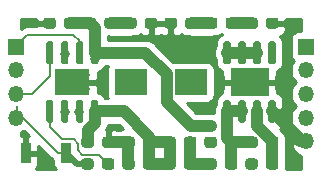
<source format=gbr>
%TF.GenerationSoftware,KiCad,Pcbnew,(5.1.9-0-10_14)*%
%TF.CreationDate,2021-03-17T16:44:50+08:00*%
%TF.ProjectId,Zeeuss,5a656575-7373-42e6-9b69-6361645f7063,rev?*%
%TF.SameCoordinates,Original*%
%TF.FileFunction,Copper,L1,Top*%
%TF.FilePolarity,Positive*%
%FSLAX46Y46*%
G04 Gerber Fmt 4.6, Leading zero omitted, Abs format (unit mm)*
G04 Created by KiCad (PCBNEW (5.1.9-0-10_14)) date 2021-03-17 16:44:50*
%MOMM*%
%LPD*%
G01*
G04 APERTURE LIST*
%TA.AperFunction,ComponentPad*%
%ADD10O,1.350000X1.350000*%
%TD*%
%TA.AperFunction,ComponentPad*%
%ADD11R,1.350000X1.350000*%
%TD*%
%TA.AperFunction,SMDPad,CuDef*%
%ADD12R,3.000000X2.290000*%
%TD*%
%TA.AperFunction,SMDPad,CuDef*%
%ADD13R,3.300000X2.410000*%
%TD*%
%TA.AperFunction,SMDPad,CuDef*%
%ADD14R,0.900000X1.700000*%
%TD*%
%TA.AperFunction,SMDPad,CuDef*%
%ADD15R,2.700000X2.200000*%
%TD*%
%TA.AperFunction,ViaPad*%
%ADD16C,0.800000*%
%TD*%
%TA.AperFunction,Conductor*%
%ADD17C,1.000000*%
%TD*%
%TA.AperFunction,Conductor*%
%ADD18C,0.200000*%
%TD*%
%TA.AperFunction,Conductor*%
%ADD19C,0.500000*%
%TD*%
%TA.AperFunction,Conductor*%
%ADD20C,0.254000*%
%TD*%
%TA.AperFunction,Conductor*%
%ADD21C,0.100000*%
%TD*%
G04 APERTURE END LIST*
D10*
%TO.P,J2,4*%
%TO.N,/SW*%
X100200000Y-109000000D03*
%TO.P,J2,3*%
%TO.N,/LED3*%
X100200000Y-107000000D03*
%TO.P,J2,2*%
%TO.N,/LED2*%
X100200000Y-105000000D03*
D11*
%TO.P,J2,1*%
%TO.N,/LED1*%
X100200000Y-103000000D03*
%TD*%
D10*
%TO.P,J1,5*%
%TO.N,Earth*%
X124800000Y-111000000D03*
%TO.P,J1,4*%
%TO.N,VBUS*%
X124800000Y-109000000D03*
%TO.P,J1,3*%
%TO.N,+3V3*%
X124800000Y-107000000D03*
%TO.P,J1,2*%
%TO.N,+5V*%
X124800000Y-105000000D03*
D11*
%TO.P,J1,1*%
%TO.N,+BATT*%
X124800000Y-103000000D03*
%TD*%
%TO.P,C11,2*%
%TO.N,Earth*%
%TA.AperFunction,SMDPad,CuDef*%
G36*
G01*
X117225000Y-112682500D02*
X117225000Y-113157500D01*
G75*
G02*
X116987500Y-113395000I-237500J0D01*
G01*
X116412500Y-113395000D01*
G75*
G02*
X116175000Y-113157500I0J237500D01*
G01*
X116175000Y-112682500D01*
G75*
G02*
X116412500Y-112445000I237500J0D01*
G01*
X116987500Y-112445000D01*
G75*
G02*
X117225000Y-112682500I0J-237500D01*
G01*
G37*
%TD.AperFunction*%
%TO.P,C11,1*%
%TO.N,+3V3*%
%TA.AperFunction,SMDPad,CuDef*%
G36*
G01*
X118975000Y-112682500D02*
X118975000Y-113157500D01*
G75*
G02*
X118737500Y-113395000I-237500J0D01*
G01*
X118162500Y-113395000D01*
G75*
G02*
X117925000Y-113157500I0J237500D01*
G01*
X117925000Y-112682500D01*
G75*
G02*
X118162500Y-112445000I237500J0D01*
G01*
X118737500Y-112445000D01*
G75*
G02*
X118975000Y-112682500I0J-237500D01*
G01*
G37*
%TD.AperFunction*%
%TD*%
D12*
%TO.P,U2,9*%
%TO.N,Earth*%
X105000000Y-106000000D03*
%TO.P,U2,8*%
%TO.N,+5V*%
%TA.AperFunction,SMDPad,CuDef*%
G36*
G01*
X106755000Y-107500000D02*
X107055000Y-107500000D01*
G75*
G02*
X107205000Y-107650000I0J-150000D01*
G01*
X107205000Y-109300000D01*
G75*
G02*
X107055000Y-109450000I-150000J0D01*
G01*
X106755000Y-109450000D01*
G75*
G02*
X106605000Y-109300000I0J150000D01*
G01*
X106605000Y-107650000D01*
G75*
G02*
X106755000Y-107500000I150000J0D01*
G01*
G37*
%TD.AperFunction*%
%TO.P,U2,7*%
%TO.N,Net-(L2-Pad1)*%
%TA.AperFunction,SMDPad,CuDef*%
G36*
G01*
X105485000Y-107500000D02*
X105785000Y-107500000D01*
G75*
G02*
X105935000Y-107650000I0J-150000D01*
G01*
X105935000Y-109300000D01*
G75*
G02*
X105785000Y-109450000I-150000J0D01*
G01*
X105485000Y-109450000D01*
G75*
G02*
X105335000Y-109300000I0J150000D01*
G01*
X105335000Y-107650000D01*
G75*
G02*
X105485000Y-107500000I150000J0D01*
G01*
G37*
%TD.AperFunction*%
%TO.P,U2,6*%
%TO.N,Net-(C15-Pad1)*%
%TA.AperFunction,SMDPad,CuDef*%
G36*
G01*
X104215000Y-107500000D02*
X104515000Y-107500000D01*
G75*
G02*
X104665000Y-107650000I0J-150000D01*
G01*
X104665000Y-109300000D01*
G75*
G02*
X104515000Y-109450000I-150000J0D01*
G01*
X104215000Y-109450000D01*
G75*
G02*
X104065000Y-109300000I0J150000D01*
G01*
X104065000Y-107650000D01*
G75*
G02*
X104215000Y-107500000I150000J0D01*
G01*
G37*
%TD.AperFunction*%
%TO.P,U2,5*%
%TO.N,Net-(R3-Pad1)*%
%TA.AperFunction,SMDPad,CuDef*%
G36*
G01*
X102945000Y-107500000D02*
X103245000Y-107500000D01*
G75*
G02*
X103395000Y-107650000I0J-150000D01*
G01*
X103395000Y-109300000D01*
G75*
G02*
X103245000Y-109450000I-150000J0D01*
G01*
X102945000Y-109450000D01*
G75*
G02*
X102795000Y-109300000I0J150000D01*
G01*
X102795000Y-107650000D01*
G75*
G02*
X102945000Y-107500000I150000J0D01*
G01*
G37*
%TD.AperFunction*%
%TO.P,U2,4*%
%TO.N,/LED3*%
%TA.AperFunction,SMDPad,CuDef*%
G36*
G01*
X102945000Y-102550000D02*
X103245000Y-102550000D01*
G75*
G02*
X103395000Y-102700000I0J-150000D01*
G01*
X103395000Y-104350000D01*
G75*
G02*
X103245000Y-104500000I-150000J0D01*
G01*
X102945000Y-104500000D01*
G75*
G02*
X102795000Y-104350000I0J150000D01*
G01*
X102795000Y-102700000D01*
G75*
G02*
X102945000Y-102550000I150000J0D01*
G01*
G37*
%TD.AperFunction*%
%TO.P,U2,3*%
%TO.N,/LED2*%
%TA.AperFunction,SMDPad,CuDef*%
G36*
G01*
X104215000Y-102550000D02*
X104515000Y-102550000D01*
G75*
G02*
X104665000Y-102700000I0J-150000D01*
G01*
X104665000Y-104350000D01*
G75*
G02*
X104515000Y-104500000I-150000J0D01*
G01*
X104215000Y-104500000D01*
G75*
G02*
X104065000Y-104350000I0J150000D01*
G01*
X104065000Y-102700000D01*
G75*
G02*
X104215000Y-102550000I150000J0D01*
G01*
G37*
%TD.AperFunction*%
%TO.P,U2,2*%
%TO.N,/LED1*%
%TA.AperFunction,SMDPad,CuDef*%
G36*
G01*
X105485000Y-102550000D02*
X105785000Y-102550000D01*
G75*
G02*
X105935000Y-102700000I0J-150000D01*
G01*
X105935000Y-104350000D01*
G75*
G02*
X105785000Y-104500000I-150000J0D01*
G01*
X105485000Y-104500000D01*
G75*
G02*
X105335000Y-104350000I0J150000D01*
G01*
X105335000Y-102700000D01*
G75*
G02*
X105485000Y-102550000I150000J0D01*
G01*
G37*
%TD.AperFunction*%
%TO.P,U2,1*%
%TO.N,VBUS*%
%TA.AperFunction,SMDPad,CuDef*%
G36*
G01*
X106755000Y-102550000D02*
X107055000Y-102550000D01*
G75*
G02*
X107205000Y-102700000I0J-150000D01*
G01*
X107205000Y-104350000D01*
G75*
G02*
X107055000Y-104500000I-150000J0D01*
G01*
X106755000Y-104500000D01*
G75*
G02*
X106605000Y-104350000I0J150000D01*
G01*
X106605000Y-102700000D01*
G75*
G02*
X106755000Y-102550000I150000J0D01*
G01*
G37*
%TD.AperFunction*%
%TD*%
D13*
%TO.P,U1,9*%
%TO.N,Earth*%
X120000000Y-106000000D03*
%TO.P,U1,8*%
%TO.N,+5V*%
%TA.AperFunction,SMDPad,CuDef*%
G36*
G01*
X118245000Y-104500000D02*
X117945000Y-104500000D01*
G75*
G02*
X117795000Y-104350000I0J150000D01*
G01*
X117795000Y-102700000D01*
G75*
G02*
X117945000Y-102550000I150000J0D01*
G01*
X118245000Y-102550000D01*
G75*
G02*
X118395000Y-102700000I0J-150000D01*
G01*
X118395000Y-104350000D01*
G75*
G02*
X118245000Y-104500000I-150000J0D01*
G01*
G37*
%TD.AperFunction*%
%TO.P,U1,7*%
%TA.AperFunction,SMDPad,CuDef*%
G36*
G01*
X119515000Y-104500000D02*
X119215000Y-104500000D01*
G75*
G02*
X119065000Y-104350000I0J150000D01*
G01*
X119065000Y-102700000D01*
G75*
G02*
X119215000Y-102550000I150000J0D01*
G01*
X119515000Y-102550000D01*
G75*
G02*
X119665000Y-102700000I0J-150000D01*
G01*
X119665000Y-104350000D01*
G75*
G02*
X119515000Y-104500000I-150000J0D01*
G01*
G37*
%TD.AperFunction*%
%TO.P,U1,6*%
%TA.AperFunction,SMDPad,CuDef*%
G36*
G01*
X120785000Y-104500000D02*
X120485000Y-104500000D01*
G75*
G02*
X120335000Y-104350000I0J150000D01*
G01*
X120335000Y-102700000D01*
G75*
G02*
X120485000Y-102550000I150000J0D01*
G01*
X120785000Y-102550000D01*
G75*
G02*
X120935000Y-102700000I0J-150000D01*
G01*
X120935000Y-104350000D01*
G75*
G02*
X120785000Y-104500000I-150000J0D01*
G01*
G37*
%TD.AperFunction*%
%TO.P,U1,5*%
%TO.N,Net-(U1-Pad5)*%
%TA.AperFunction,SMDPad,CuDef*%
G36*
G01*
X122055000Y-104500000D02*
X121755000Y-104500000D01*
G75*
G02*
X121605000Y-104350000I0J150000D01*
G01*
X121605000Y-102700000D01*
G75*
G02*
X121755000Y-102550000I150000J0D01*
G01*
X122055000Y-102550000D01*
G75*
G02*
X122205000Y-102700000I0J-150000D01*
G01*
X122205000Y-104350000D01*
G75*
G02*
X122055000Y-104500000I-150000J0D01*
G01*
G37*
%TD.AperFunction*%
%TO.P,U1,4*%
%TO.N,Earth*%
%TA.AperFunction,SMDPad,CuDef*%
G36*
G01*
X122055000Y-109450000D02*
X121755000Y-109450000D01*
G75*
G02*
X121605000Y-109300000I0J150000D01*
G01*
X121605000Y-107650000D01*
G75*
G02*
X121755000Y-107500000I150000J0D01*
G01*
X122055000Y-107500000D01*
G75*
G02*
X122205000Y-107650000I0J-150000D01*
G01*
X122205000Y-109300000D01*
G75*
G02*
X122055000Y-109450000I-150000J0D01*
G01*
G37*
%TD.AperFunction*%
%TO.P,U1,3*%
%TO.N,Net-(C23-Pad2)*%
%TA.AperFunction,SMDPad,CuDef*%
G36*
G01*
X120785000Y-109450000D02*
X120485000Y-109450000D01*
G75*
G02*
X120335000Y-109300000I0J150000D01*
G01*
X120335000Y-107650000D01*
G75*
G02*
X120485000Y-107500000I150000J0D01*
G01*
X120785000Y-107500000D01*
G75*
G02*
X120935000Y-107650000I0J-150000D01*
G01*
X120935000Y-109300000D01*
G75*
G02*
X120785000Y-109450000I-150000J0D01*
G01*
G37*
%TD.AperFunction*%
%TO.P,U1,2*%
%TO.N,+3V3*%
%TA.AperFunction,SMDPad,CuDef*%
G36*
G01*
X119515000Y-109450000D02*
X119215000Y-109450000D01*
G75*
G02*
X119065000Y-109300000I0J150000D01*
G01*
X119065000Y-107650000D01*
G75*
G02*
X119215000Y-107500000I150000J0D01*
G01*
X119515000Y-107500000D01*
G75*
G02*
X119665000Y-107650000I0J-150000D01*
G01*
X119665000Y-109300000D01*
G75*
G02*
X119515000Y-109450000I-150000J0D01*
G01*
G37*
%TD.AperFunction*%
%TO.P,U1,1*%
%TA.AperFunction,SMDPad,CuDef*%
G36*
G01*
X118245000Y-109450000D02*
X117945000Y-109450000D01*
G75*
G02*
X117795000Y-109300000I0J150000D01*
G01*
X117795000Y-107650000D01*
G75*
G02*
X117945000Y-107500000I150000J0D01*
G01*
X118245000Y-107500000D01*
G75*
G02*
X118395000Y-107650000I0J-150000D01*
G01*
X118395000Y-109300000D01*
G75*
G02*
X118245000Y-109450000I-150000J0D01*
G01*
G37*
%TD.AperFunction*%
%TD*%
D14*
%TO.P,SW1,2*%
%TO.N,/SW*%
X104445000Y-112000000D03*
%TO.P,SW1,1*%
%TO.N,Earth*%
X101045000Y-112000000D03*
%TD*%
%TO.P,R10,2*%
%TO.N,Net-(C23-Pad2)*%
%TA.AperFunction,SMDPad,CuDef*%
G36*
G01*
X121400000Y-113157500D02*
X121400000Y-112682500D01*
G75*
G02*
X121637500Y-112445000I237500J0D01*
G01*
X122212500Y-112445000D01*
G75*
G02*
X122450000Y-112682500I0J-237500D01*
G01*
X122450000Y-113157500D01*
G75*
G02*
X122212500Y-113395000I-237500J0D01*
G01*
X121637500Y-113395000D01*
G75*
G02*
X121400000Y-113157500I0J237500D01*
G01*
G37*
%TD.AperFunction*%
%TO.P,R10,1*%
%TO.N,Earth*%
%TA.AperFunction,SMDPad,CuDef*%
G36*
G01*
X119650000Y-113157500D02*
X119650000Y-112682500D01*
G75*
G02*
X119887500Y-112445000I237500J0D01*
G01*
X120462500Y-112445000D01*
G75*
G02*
X120700000Y-112682500I0J-237500D01*
G01*
X120700000Y-113157500D01*
G75*
G02*
X120462500Y-113395000I-237500J0D01*
G01*
X119887500Y-113395000D01*
G75*
G02*
X119650000Y-113157500I0J237500D01*
G01*
G37*
%TD.AperFunction*%
%TD*%
%TO.P,R9,2*%
%TO.N,+3V3*%
%TA.AperFunction,SMDPad,CuDef*%
G36*
G01*
X117931250Y-111317500D02*
X117931250Y-110842500D01*
G75*
G02*
X118168750Y-110605000I237500J0D01*
G01*
X118743750Y-110605000D01*
G75*
G02*
X118981250Y-110842500I0J-237500D01*
G01*
X118981250Y-111317500D01*
G75*
G02*
X118743750Y-111555000I-237500J0D01*
G01*
X118168750Y-111555000D01*
G75*
G02*
X117931250Y-111317500I0J237500D01*
G01*
G37*
%TD.AperFunction*%
%TO.P,R9,1*%
%TO.N,Net-(C23-Pad2)*%
%TA.AperFunction,SMDPad,CuDef*%
G36*
G01*
X116181250Y-111317500D02*
X116181250Y-110842500D01*
G75*
G02*
X116418750Y-110605000I237500J0D01*
G01*
X116993750Y-110605000D01*
G75*
G02*
X117231250Y-110842500I0J-237500D01*
G01*
X117231250Y-111317500D01*
G75*
G02*
X116993750Y-111555000I-237500J0D01*
G01*
X116418750Y-111555000D01*
G75*
G02*
X116181250Y-111317500I0J237500D01*
G01*
G37*
%TD.AperFunction*%
%TD*%
%TO.P,R5,2*%
%TO.N,Net-(C15-Pad1)*%
%TA.AperFunction,SMDPad,CuDef*%
G36*
G01*
X117280000Y-100762500D02*
X117280000Y-101237500D01*
G75*
G02*
X117042500Y-101475000I-237500J0D01*
G01*
X116467500Y-101475000D01*
G75*
G02*
X116230000Y-101237500I0J237500D01*
G01*
X116230000Y-100762500D01*
G75*
G02*
X116467500Y-100525000I237500J0D01*
G01*
X117042500Y-100525000D01*
G75*
G02*
X117280000Y-100762500I0J-237500D01*
G01*
G37*
%TD.AperFunction*%
%TO.P,R5,1*%
%TO.N,+BATT*%
%TA.AperFunction,SMDPad,CuDef*%
G36*
G01*
X119030000Y-100762500D02*
X119030000Y-101237500D01*
G75*
G02*
X118792500Y-101475000I-237500J0D01*
G01*
X118217500Y-101475000D01*
G75*
G02*
X117980000Y-101237500I0J237500D01*
G01*
X117980000Y-100762500D01*
G75*
G02*
X118217500Y-100525000I237500J0D01*
G01*
X118792500Y-100525000D01*
G75*
G02*
X119030000Y-100762500I0J-237500D01*
G01*
G37*
%TD.AperFunction*%
%TD*%
%TO.P,R3,2*%
%TO.N,/SW*%
%TA.AperFunction,SMDPad,CuDef*%
G36*
G01*
X106800000Y-112682500D02*
X106800000Y-113157500D01*
G75*
G02*
X106562500Y-113395000I-237500J0D01*
G01*
X105987500Y-113395000D01*
G75*
G02*
X105750000Y-113157500I0J237500D01*
G01*
X105750000Y-112682500D01*
G75*
G02*
X105987500Y-112445000I237500J0D01*
G01*
X106562500Y-112445000D01*
G75*
G02*
X106800000Y-112682500I0J-237500D01*
G01*
G37*
%TD.AperFunction*%
%TO.P,R3,1*%
%TO.N,Net-(R3-Pad1)*%
%TA.AperFunction,SMDPad,CuDef*%
G36*
G01*
X108550000Y-112682500D02*
X108550000Y-113157500D01*
G75*
G02*
X108312500Y-113395000I-237500J0D01*
G01*
X107737500Y-113395000D01*
G75*
G02*
X107500000Y-113157500I0J237500D01*
G01*
X107500000Y-112682500D01*
G75*
G02*
X107737500Y-112445000I237500J0D01*
G01*
X108312500Y-112445000D01*
G75*
G02*
X108550000Y-112682500I0J-237500D01*
G01*
G37*
%TD.AperFunction*%
%TD*%
%TO.P,R1,2*%
%TO.N,Net-(C6-Pad1)*%
%TA.AperFunction,SMDPad,CuDef*%
G36*
G01*
X107720000Y-101237500D02*
X107720000Y-100762500D01*
G75*
G02*
X107957500Y-100525000I237500J0D01*
G01*
X108532500Y-100525000D01*
G75*
G02*
X108770000Y-100762500I0J-237500D01*
G01*
X108770000Y-101237500D01*
G75*
G02*
X108532500Y-101475000I-237500J0D01*
G01*
X107957500Y-101475000D01*
G75*
G02*
X107720000Y-101237500I0J237500D01*
G01*
G37*
%TD.AperFunction*%
%TO.P,R1,1*%
%TO.N,VBUS*%
%TA.AperFunction,SMDPad,CuDef*%
G36*
G01*
X105970000Y-101237500D02*
X105970000Y-100762500D01*
G75*
G02*
X106207500Y-100525000I237500J0D01*
G01*
X106782500Y-100525000D01*
G75*
G02*
X107020000Y-100762500I0J-237500D01*
G01*
X107020000Y-101237500D01*
G75*
G02*
X106782500Y-101475000I-237500J0D01*
G01*
X106207500Y-101475000D01*
G75*
G02*
X105970000Y-101237500I0J237500D01*
G01*
G37*
%TD.AperFunction*%
%TD*%
D15*
%TO.P,L2,2*%
%TO.N,+BATT*%
X115050000Y-106000000D03*
%TO.P,L2,1*%
%TO.N,Net-(L2-Pad1)*%
X109950000Y-106000000D03*
%TD*%
%TO.P,C23,2*%
%TO.N,Net-(C23-Pad2)*%
%TA.AperFunction,SMDPad,CuDef*%
G36*
G01*
X121400000Y-111317500D02*
X121400000Y-110842500D01*
G75*
G02*
X121637500Y-110605000I237500J0D01*
G01*
X122212500Y-110605000D01*
G75*
G02*
X122450000Y-110842500I0J-237500D01*
G01*
X122450000Y-111317500D01*
G75*
G02*
X122212500Y-111555000I-237500J0D01*
G01*
X121637500Y-111555000D01*
G75*
G02*
X121400000Y-111317500I0J237500D01*
G01*
G37*
%TD.AperFunction*%
%TO.P,C23,1*%
%TO.N,+3V3*%
%TA.AperFunction,SMDPad,CuDef*%
G36*
G01*
X119650000Y-111317500D02*
X119650000Y-110842500D01*
G75*
G02*
X119887500Y-110605000I237500J0D01*
G01*
X120462500Y-110605000D01*
G75*
G02*
X120700000Y-110842500I0J-237500D01*
G01*
X120700000Y-111317500D01*
G75*
G02*
X120462500Y-111555000I-237500J0D01*
G01*
X119887500Y-111555000D01*
G75*
G02*
X119650000Y-111317500I0J237500D01*
G01*
G37*
%TD.AperFunction*%
%TD*%
%TO.P,C22,2*%
%TO.N,Earth*%
%TA.AperFunction,SMDPad,CuDef*%
G36*
G01*
X114462500Y-111317500D02*
X114462500Y-110842500D01*
G75*
G02*
X114700000Y-110605000I237500J0D01*
G01*
X115275000Y-110605000D01*
G75*
G02*
X115512500Y-110842500I0J-237500D01*
G01*
X115512500Y-111317500D01*
G75*
G02*
X115275000Y-111555000I-237500J0D01*
G01*
X114700000Y-111555000D01*
G75*
G02*
X114462500Y-111317500I0J237500D01*
G01*
G37*
%TD.AperFunction*%
%TO.P,C22,1*%
%TO.N,+5V*%
%TA.AperFunction,SMDPad,CuDef*%
G36*
G01*
X112712500Y-111317500D02*
X112712500Y-110842500D01*
G75*
G02*
X112950000Y-110605000I237500J0D01*
G01*
X113525000Y-110605000D01*
G75*
G02*
X113762500Y-110842500I0J-237500D01*
G01*
X113762500Y-111317500D01*
G75*
G02*
X113525000Y-111555000I-237500J0D01*
G01*
X112950000Y-111555000D01*
G75*
G02*
X112712500Y-111317500I0J237500D01*
G01*
G37*
%TD.AperFunction*%
%TD*%
%TO.P,C17,2*%
%TO.N,Earth*%
%TA.AperFunction,SMDPad,CuDef*%
G36*
G01*
X121400000Y-101237500D02*
X121400000Y-100762500D01*
G75*
G02*
X121637500Y-100525000I237500J0D01*
G01*
X122212500Y-100525000D01*
G75*
G02*
X122450000Y-100762500I0J-237500D01*
G01*
X122450000Y-101237500D01*
G75*
G02*
X122212500Y-101475000I-237500J0D01*
G01*
X121637500Y-101475000D01*
G75*
G02*
X121400000Y-101237500I0J237500D01*
G01*
G37*
%TD.AperFunction*%
%TO.P,C17,1*%
%TO.N,+BATT*%
%TA.AperFunction,SMDPad,CuDef*%
G36*
G01*
X119650000Y-101237500D02*
X119650000Y-100762500D01*
G75*
G02*
X119887500Y-100525000I237500J0D01*
G01*
X120462500Y-100525000D01*
G75*
G02*
X120700000Y-100762500I0J-237500D01*
G01*
X120700000Y-101237500D01*
G75*
G02*
X120462500Y-101475000I-237500J0D01*
G01*
X119887500Y-101475000D01*
G75*
G02*
X119650000Y-101237500I0J237500D01*
G01*
G37*
%TD.AperFunction*%
%TD*%
%TO.P,C15,2*%
%TO.N,Earth*%
%TA.AperFunction,SMDPad,CuDef*%
G36*
G01*
X113860000Y-100762500D02*
X113860000Y-101237500D01*
G75*
G02*
X113622500Y-101475000I-237500J0D01*
G01*
X113047500Y-101475000D01*
G75*
G02*
X112810000Y-101237500I0J237500D01*
G01*
X112810000Y-100762500D01*
G75*
G02*
X113047500Y-100525000I237500J0D01*
G01*
X113622500Y-100525000D01*
G75*
G02*
X113860000Y-100762500I0J-237500D01*
G01*
G37*
%TD.AperFunction*%
%TO.P,C15,1*%
%TO.N,Net-(C15-Pad1)*%
%TA.AperFunction,SMDPad,CuDef*%
G36*
G01*
X115610000Y-100762500D02*
X115610000Y-101237500D01*
G75*
G02*
X115372500Y-101475000I-237500J0D01*
G01*
X114797500Y-101475000D01*
G75*
G02*
X114560000Y-101237500I0J237500D01*
G01*
X114560000Y-100762500D01*
G75*
G02*
X114797500Y-100525000I237500J0D01*
G01*
X115372500Y-100525000D01*
G75*
G02*
X115610000Y-100762500I0J-237500D01*
G01*
G37*
%TD.AperFunction*%
%TD*%
%TO.P,C9,2*%
%TO.N,Earth*%
%TA.AperFunction,SMDPad,CuDef*%
G36*
G01*
X114450000Y-113157500D02*
X114450000Y-112682500D01*
G75*
G02*
X114687500Y-112445000I237500J0D01*
G01*
X115262500Y-112445000D01*
G75*
G02*
X115500000Y-112682500I0J-237500D01*
G01*
X115500000Y-113157500D01*
G75*
G02*
X115262500Y-113395000I-237500J0D01*
G01*
X114687500Y-113395000D01*
G75*
G02*
X114450000Y-113157500I0J237500D01*
G01*
G37*
%TD.AperFunction*%
%TO.P,C9,1*%
%TO.N,+5V*%
%TA.AperFunction,SMDPad,CuDef*%
G36*
G01*
X112700000Y-113157500D02*
X112700000Y-112682500D01*
G75*
G02*
X112937500Y-112445000I237500J0D01*
G01*
X113512500Y-112445000D01*
G75*
G02*
X113750000Y-112682500I0J-237500D01*
G01*
X113750000Y-113157500D01*
G75*
G02*
X113512500Y-113395000I-237500J0D01*
G01*
X112937500Y-113395000D01*
G75*
G02*
X112700000Y-113157500I0J237500D01*
G01*
G37*
%TD.AperFunction*%
%TD*%
%TO.P,C8,2*%
%TO.N,Earth*%
%TA.AperFunction,SMDPad,CuDef*%
G36*
G01*
X103600000Y-100762500D02*
X103600000Y-101237500D01*
G75*
G02*
X103362500Y-101475000I-237500J0D01*
G01*
X102787500Y-101475000D01*
G75*
G02*
X102550000Y-101237500I0J237500D01*
G01*
X102550000Y-100762500D01*
G75*
G02*
X102787500Y-100525000I237500J0D01*
G01*
X103362500Y-100525000D01*
G75*
G02*
X103600000Y-100762500I0J-237500D01*
G01*
G37*
%TD.AperFunction*%
%TO.P,C8,1*%
%TO.N,VBUS*%
%TA.AperFunction,SMDPad,CuDef*%
G36*
G01*
X105350000Y-100762500D02*
X105350000Y-101237500D01*
G75*
G02*
X105112500Y-101475000I-237500J0D01*
G01*
X104537500Y-101475000D01*
G75*
G02*
X104300000Y-101237500I0J237500D01*
G01*
X104300000Y-100762500D01*
G75*
G02*
X104537500Y-100525000I237500J0D01*
G01*
X105112500Y-100525000D01*
G75*
G02*
X105350000Y-100762500I0J-237500D01*
G01*
G37*
%TD.AperFunction*%
%TD*%
%TO.P,C7,2*%
%TO.N,Earth*%
%TA.AperFunction,SMDPad,CuDef*%
G36*
G01*
X110293750Y-110842500D02*
X110293750Y-111317500D01*
G75*
G02*
X110056250Y-111555000I-237500J0D01*
G01*
X109481250Y-111555000D01*
G75*
G02*
X109243750Y-111317500I0J237500D01*
G01*
X109243750Y-110842500D01*
G75*
G02*
X109481250Y-110605000I237500J0D01*
G01*
X110056250Y-110605000D01*
G75*
G02*
X110293750Y-110842500I0J-237500D01*
G01*
G37*
%TD.AperFunction*%
%TO.P,C7,1*%
%TO.N,+5V*%
%TA.AperFunction,SMDPad,CuDef*%
G36*
G01*
X112043750Y-110842500D02*
X112043750Y-111317500D01*
G75*
G02*
X111806250Y-111555000I-237500J0D01*
G01*
X111231250Y-111555000D01*
G75*
G02*
X110993750Y-111317500I0J237500D01*
G01*
X110993750Y-110842500D01*
G75*
G02*
X111231250Y-110605000I237500J0D01*
G01*
X111806250Y-110605000D01*
G75*
G02*
X112043750Y-110842500I0J-237500D01*
G01*
G37*
%TD.AperFunction*%
%TD*%
%TO.P,C6,2*%
%TO.N,Earth*%
%TA.AperFunction,SMDPad,CuDef*%
G36*
G01*
X111140000Y-101237500D02*
X111140000Y-100762500D01*
G75*
G02*
X111377500Y-100525000I237500J0D01*
G01*
X111952500Y-100525000D01*
G75*
G02*
X112190000Y-100762500I0J-237500D01*
G01*
X112190000Y-101237500D01*
G75*
G02*
X111952500Y-101475000I-237500J0D01*
G01*
X111377500Y-101475000D01*
G75*
G02*
X111140000Y-101237500I0J237500D01*
G01*
G37*
%TD.AperFunction*%
%TO.P,C6,1*%
%TO.N,Net-(C6-Pad1)*%
%TA.AperFunction,SMDPad,CuDef*%
G36*
G01*
X109390000Y-101237500D02*
X109390000Y-100762500D01*
G75*
G02*
X109627500Y-100525000I237500J0D01*
G01*
X110202500Y-100525000D01*
G75*
G02*
X110440000Y-100762500I0J-237500D01*
G01*
X110440000Y-101237500D01*
G75*
G02*
X110202500Y-101475000I-237500J0D01*
G01*
X109627500Y-101475000D01*
G75*
G02*
X109390000Y-101237500I0J237500D01*
G01*
G37*
%TD.AperFunction*%
%TD*%
%TO.P,C4,2*%
%TO.N,Earth*%
%TA.AperFunction,SMDPad,CuDef*%
G36*
G01*
X107525000Y-111317500D02*
X107525000Y-110842500D01*
G75*
G02*
X107762500Y-110605000I237500J0D01*
G01*
X108337500Y-110605000D01*
G75*
G02*
X108575000Y-110842500I0J-237500D01*
G01*
X108575000Y-111317500D01*
G75*
G02*
X108337500Y-111555000I-237500J0D01*
G01*
X107762500Y-111555000D01*
G75*
G02*
X107525000Y-111317500I0J237500D01*
G01*
G37*
%TD.AperFunction*%
%TO.P,C4,1*%
%TO.N,+5V*%
%TA.AperFunction,SMDPad,CuDef*%
G36*
G01*
X105775000Y-111317500D02*
X105775000Y-110842500D01*
G75*
G02*
X106012500Y-110605000I237500J0D01*
G01*
X106587500Y-110605000D01*
G75*
G02*
X106825000Y-110842500I0J-237500D01*
G01*
X106825000Y-111317500D01*
G75*
G02*
X106587500Y-111555000I-237500J0D01*
G01*
X106012500Y-111555000D01*
G75*
G02*
X105775000Y-111317500I0J237500D01*
G01*
G37*
%TD.AperFunction*%
%TD*%
%TO.P,C3,2*%
%TO.N,Earth*%
%TA.AperFunction,SMDPad,CuDef*%
G36*
G01*
X110275000Y-112682500D02*
X110275000Y-113157500D01*
G75*
G02*
X110037500Y-113395000I-237500J0D01*
G01*
X109462500Y-113395000D01*
G75*
G02*
X109225000Y-113157500I0J237500D01*
G01*
X109225000Y-112682500D01*
G75*
G02*
X109462500Y-112445000I237500J0D01*
G01*
X110037500Y-112445000D01*
G75*
G02*
X110275000Y-112682500I0J-237500D01*
G01*
G37*
%TD.AperFunction*%
%TO.P,C3,1*%
%TO.N,+5V*%
%TA.AperFunction,SMDPad,CuDef*%
G36*
G01*
X112025000Y-112682500D02*
X112025000Y-113157500D01*
G75*
G02*
X111787500Y-113395000I-237500J0D01*
G01*
X111212500Y-113395000D01*
G75*
G02*
X110975000Y-113157500I0J237500D01*
G01*
X110975000Y-112682500D01*
G75*
G02*
X111212500Y-112445000I237500J0D01*
G01*
X111787500Y-112445000D01*
G75*
G02*
X112025000Y-112682500I0J-237500D01*
G01*
G37*
%TD.AperFunction*%
%TD*%
D16*
%TO.N,Earth*%
X113300000Y-101000000D03*
X101050000Y-112050000D03*
X103050000Y-101000000D03*
X121900000Y-108500000D03*
X121200000Y-105800000D03*
X120200000Y-105800000D03*
X119550000Y-106600000D03*
X104000000Y-106550000D03*
X105050000Y-106550000D03*
X106050000Y-106550000D03*
X106050000Y-105400000D03*
X105050000Y-105400000D03*
X120150000Y-112950000D03*
X109720000Y-111080000D03*
X114987500Y-111080000D03*
%TO.N,+3V3*%
X118095000Y-108475000D03*
X119365000Y-108475000D03*
%TO.N,+5V*%
X113237500Y-111080000D03*
X111500000Y-111150000D03*
X120625000Y-103525000D03*
X119425000Y-103525000D03*
%TO.N,VBUS*%
X106900000Y-103100000D03*
X106900000Y-104000000D03*
X116700000Y-109700000D03*
%TO.N,Net-(C15-Pad1)*%
X116750000Y-101000000D03*
X115100000Y-101000000D03*
X104400000Y-108500000D03*
%TO.N,+BATT*%
X114400000Y-106550000D03*
X115750000Y-106550000D03*
X115750000Y-105500000D03*
X114400000Y-105500000D03*
X118505000Y-101000000D03*
%TO.N,Net-(C23-Pad2)*%
X116650000Y-111100000D03*
X121925000Y-112920000D03*
%TO.N,Net-(L2-Pad1)*%
X105600000Y-108500000D03*
X109950000Y-106000000D03*
%TO.N,/LED2*%
X104350000Y-103600000D03*
%TD*%
D17*
%TO.N,Earth*%
X114987500Y-112907500D02*
X114975000Y-112920000D01*
X114975000Y-112920000D02*
X116700000Y-112920000D01*
X109750000Y-111098750D02*
X109768750Y-111080000D01*
X109750000Y-112920000D02*
X109750000Y-111098750D01*
X109768750Y-111080000D02*
X109720000Y-111080000D01*
X109720000Y-111080000D02*
X108050000Y-111080000D01*
X114987500Y-111080000D02*
X114987500Y-112907500D01*
X124274990Y-110844990D02*
X124274990Y-111000000D01*
X121905000Y-108475000D02*
X124274990Y-110844990D01*
%TO.N,+3V3*%
X118095000Y-108475000D02*
X118095000Y-110718750D01*
X118456250Y-112913750D02*
X118450000Y-112920000D01*
X118456250Y-111080000D02*
X118456250Y-112913750D01*
X120175000Y-111080000D02*
X118456250Y-111080000D01*
X119365000Y-108475000D02*
X118095000Y-108475000D01*
X118095000Y-110718750D02*
X118456250Y-111080000D01*
%TO.N,+5V*%
X111518750Y-111080000D02*
X113237500Y-111080000D01*
X113237500Y-111080000D02*
X113237500Y-112907500D01*
X113225000Y-112920000D02*
X111500000Y-112920000D01*
X111500000Y-111098750D02*
X111518750Y-111080000D01*
X111500000Y-112920000D02*
X111500000Y-111150000D01*
X111518750Y-110605000D02*
X111518750Y-111080000D01*
X109388750Y-108475000D02*
X111518750Y-110605000D01*
X106905000Y-108475000D02*
X109388750Y-108475000D01*
X106905000Y-109450000D02*
X106300000Y-110055000D01*
X106300000Y-110055000D02*
X106300000Y-111080000D01*
X106905000Y-108475000D02*
X106905000Y-109450000D01*
X111500000Y-111150000D02*
X111500000Y-111098750D01*
X113237500Y-112907500D02*
X113225000Y-112920000D01*
X120635000Y-103525000D02*
X120625000Y-103525000D01*
X120625000Y-103525000D02*
X119425000Y-103525000D01*
X119425000Y-103525000D02*
X118095000Y-103525000D01*
%TO.N,Net-(C6-Pad1)*%
X109915000Y-101000000D02*
X108245000Y-101000000D01*
%TO.N,VBUS*%
X104825000Y-101000000D02*
X106495000Y-101000000D01*
X106905000Y-101410000D02*
X106905000Y-103525000D01*
X106495000Y-101000000D02*
X106905000Y-101410000D01*
X112999999Y-105339997D02*
X112999999Y-107660001D01*
X112999999Y-107660001D02*
X115039998Y-109700000D01*
X111185002Y-103525000D02*
X112999999Y-105339997D01*
X115039998Y-109700000D02*
X116700000Y-109700000D01*
X106905000Y-103525000D02*
X111185002Y-103525000D01*
%TO.N,Net-(C15-Pad1)*%
X116750000Y-101000000D02*
X115100000Y-101000000D01*
%TO.N,+BATT*%
X120175000Y-101000000D02*
X118505000Y-101000000D01*
%TO.N,Net-(C23-Pad2)*%
X121925000Y-110979160D02*
X121925000Y-111080000D01*
X120635000Y-109689160D02*
X121925000Y-110979160D01*
X120635000Y-108475000D02*
X120635000Y-109689160D01*
X121925000Y-111080000D02*
X121925000Y-112920000D01*
D18*
%TO.N,Net-(R3-Pad1)*%
X107249990Y-112144990D02*
X108025000Y-112920000D01*
X105474990Y-111774990D02*
X105844990Y-112144990D01*
X105474990Y-111189988D02*
X105474990Y-111774990D01*
X105135001Y-110849999D02*
X105474990Y-111189988D01*
X104149999Y-110849999D02*
X105135001Y-110849999D01*
X103095000Y-109795000D02*
X104149999Y-110849999D01*
X105844990Y-112144990D02*
X107249990Y-112144990D01*
X103095000Y-108475000D02*
X103095000Y-109795000D01*
D19*
%TO.N,/SW*%
X105365000Y-112920000D02*
X104445000Y-112000000D01*
X106275000Y-112920000D02*
X105365000Y-112920000D01*
D18*
X100325010Y-108530010D02*
X100325010Y-108000000D01*
X103795000Y-112000000D02*
X100325010Y-108530010D01*
X104445000Y-112000000D02*
X103795000Y-112000000D01*
%TO.N,/LED3*%
X103095000Y-103525000D02*
X103095000Y-105505000D01*
X101600000Y-107000000D02*
X100325010Y-107000000D01*
X103095000Y-105505000D02*
X101600000Y-107000000D01*
%TO.N,/LED1*%
X105635000Y-102550000D02*
X105085000Y-102000000D01*
X105635000Y-103525000D02*
X105635000Y-102550000D01*
X100325010Y-102874990D02*
X100325010Y-103000000D01*
X101200000Y-102000000D02*
X100325010Y-102874990D01*
X105085000Y-102000000D02*
X101200000Y-102000000D01*
%TD*%
D20*
%TO.N,Earth*%
X124340000Y-101686928D02*
X124125000Y-101686928D01*
X124000518Y-101699188D01*
X123880820Y-101735498D01*
X123770506Y-101794463D01*
X123673815Y-101873815D01*
X123594463Y-101970506D01*
X123535498Y-102080820D01*
X123499188Y-102200518D01*
X123486928Y-102325000D01*
X123486928Y-103675000D01*
X123499188Y-103799482D01*
X123535498Y-103919180D01*
X123594463Y-104029494D01*
X123673815Y-104126185D01*
X123760697Y-104197487D01*
X123639093Y-104379482D01*
X123540342Y-104617887D01*
X123490000Y-104870976D01*
X123490000Y-105129024D01*
X123540342Y-105382113D01*
X123639093Y-105620518D01*
X123782456Y-105835077D01*
X123947379Y-106000000D01*
X123782456Y-106164923D01*
X123639093Y-106379482D01*
X123540342Y-106617887D01*
X123490000Y-106870976D01*
X123490000Y-107129024D01*
X123540342Y-107382113D01*
X123639093Y-107620518D01*
X123782456Y-107835077D01*
X123947379Y-108000000D01*
X123782456Y-108164923D01*
X123639093Y-108379482D01*
X123540342Y-108617887D01*
X123490000Y-108870976D01*
X123490000Y-109129024D01*
X123540342Y-109382113D01*
X123639093Y-109620518D01*
X123782456Y-109835077D01*
X123954060Y-110006681D01*
X123821697Y-110128773D01*
X123670527Y-110336371D01*
X123562762Y-110569472D01*
X123532090Y-110670600D01*
X123655776Y-110873000D01*
X124340001Y-110873000D01*
X124340001Y-111127000D01*
X123655776Y-111127000D01*
X123532090Y-111329400D01*
X123562762Y-111430528D01*
X123670527Y-111663629D01*
X123821697Y-111871227D01*
X124010463Y-112045344D01*
X124229570Y-112179289D01*
X124340001Y-112219894D01*
X124340001Y-113340000D01*
X123067704Y-113340000D01*
X123071248Y-113328316D01*
X123088072Y-113157500D01*
X123088072Y-112682500D01*
X123071248Y-112511684D01*
X123060000Y-112474604D01*
X123060000Y-111525396D01*
X123071248Y-111488316D01*
X123088072Y-111317500D01*
X123088072Y-110842500D01*
X123071248Y-110671684D01*
X123021423Y-110507433D01*
X122940512Y-110356058D01*
X122831623Y-110223377D01*
X122698942Y-110114488D01*
X122627014Y-110076042D01*
X122541257Y-109990285D01*
X122559494Y-109980537D01*
X122656185Y-109901185D01*
X122735537Y-109804494D01*
X122794502Y-109694180D01*
X122830812Y-109574482D01*
X122843072Y-109450000D01*
X122840000Y-108760750D01*
X122681250Y-108602000D01*
X122032000Y-108602000D01*
X122032000Y-108622000D01*
X121778000Y-108622000D01*
X121778000Y-108602000D01*
X121770000Y-108602000D01*
X121770000Y-108419248D01*
X121762983Y-108348000D01*
X121778000Y-108348000D01*
X121778000Y-108328000D01*
X122032000Y-108328000D01*
X122032000Y-108348000D01*
X122681250Y-108348000D01*
X122840000Y-108189250D01*
X122843072Y-107500000D01*
X122830812Y-107375518D01*
X122794502Y-107255820D01*
X122735537Y-107145506D01*
X122656185Y-107048815D01*
X122559494Y-106969463D01*
X122449180Y-106910498D01*
X122329482Y-106874188D01*
X122286952Y-106869999D01*
X122285000Y-106285750D01*
X122126250Y-106127000D01*
X120127000Y-106127000D01*
X120127000Y-106147000D01*
X119873000Y-106147000D01*
X119873000Y-106127000D01*
X117873750Y-106127000D01*
X117715000Y-106285750D01*
X117712945Y-106900826D01*
X117643418Y-106921916D01*
X117507171Y-106994742D01*
X117387749Y-107092749D01*
X117289742Y-107212171D01*
X117216916Y-107348418D01*
X117172071Y-107496255D01*
X117156928Y-107650000D01*
X117156928Y-107828934D01*
X117146716Y-107841377D01*
X117041324Y-108038553D01*
X116976423Y-108252501D01*
X116954509Y-108475000D01*
X116960000Y-108530752D01*
X116960000Y-108592799D01*
X116922499Y-108581423D01*
X116755752Y-108565000D01*
X115510130Y-108565000D01*
X114683201Y-107738072D01*
X116400000Y-107738072D01*
X116524482Y-107725812D01*
X116644180Y-107689502D01*
X116754494Y-107630537D01*
X116851185Y-107551185D01*
X116930537Y-107454494D01*
X116989502Y-107344180D01*
X117025812Y-107224482D01*
X117038072Y-107100000D01*
X117038072Y-104900000D01*
X117025812Y-104775518D01*
X116989502Y-104655820D01*
X116930537Y-104545506D01*
X116851185Y-104448815D01*
X116754494Y-104369463D01*
X116644180Y-104310498D01*
X116524482Y-104274188D01*
X116400000Y-104261928D01*
X113700000Y-104261928D01*
X113575518Y-104274188D01*
X113547746Y-104282612D01*
X112026998Y-102761865D01*
X111991451Y-102718551D01*
X111818625Y-102576716D01*
X111621449Y-102471324D01*
X111407501Y-102406423D01*
X111240754Y-102390000D01*
X111240753Y-102390000D01*
X111185002Y-102384509D01*
X111129251Y-102390000D01*
X108040000Y-102390000D01*
X108040000Y-102120300D01*
X108189248Y-102135000D01*
X109970752Y-102135000D01*
X110137499Y-102118577D01*
X110155646Y-102113072D01*
X110202500Y-102113072D01*
X110373316Y-102096248D01*
X110537567Y-102046423D01*
X110688942Y-101965512D01*
X110712839Y-101945901D01*
X110785506Y-102005537D01*
X110895820Y-102064502D01*
X111015518Y-102100812D01*
X111140000Y-102113072D01*
X111379250Y-102110000D01*
X111538000Y-101951250D01*
X111538000Y-101127000D01*
X111792000Y-101127000D01*
X111792000Y-101951250D01*
X111950750Y-102110000D01*
X112190000Y-102113072D01*
X112314482Y-102100812D01*
X112434180Y-102064502D01*
X112500000Y-102029320D01*
X112565820Y-102064502D01*
X112685518Y-102100812D01*
X112810000Y-102113072D01*
X113049250Y-102110000D01*
X113208000Y-101951250D01*
X113208000Y-101127000D01*
X111792000Y-101127000D01*
X111538000Y-101127000D01*
X111518000Y-101127000D01*
X111518000Y-100873000D01*
X111538000Y-100873000D01*
X111538000Y-100853000D01*
X111792000Y-100853000D01*
X111792000Y-100873000D01*
X113208000Y-100873000D01*
X113208000Y-100853000D01*
X113462000Y-100853000D01*
X113462000Y-100873000D01*
X113482000Y-100873000D01*
X113482000Y-101127000D01*
X113462000Y-101127000D01*
X113462000Y-101951250D01*
X113620750Y-102110000D01*
X113860000Y-102113072D01*
X113984482Y-102100812D01*
X114104180Y-102064502D01*
X114214494Y-102005537D01*
X114287161Y-101945901D01*
X114311058Y-101965512D01*
X114462433Y-102046423D01*
X114626684Y-102096248D01*
X114797500Y-102113072D01*
X114859354Y-102113072D01*
X114877501Y-102118577D01*
X115044248Y-102135000D01*
X116805752Y-102135000D01*
X116972499Y-102118577D01*
X116990646Y-102113072D01*
X117042500Y-102113072D01*
X117213316Y-102096248D01*
X117377567Y-102046423D01*
X117528942Y-101965512D01*
X117630000Y-101882575D01*
X117713104Y-101950777D01*
X117643418Y-101971916D01*
X117507171Y-102044742D01*
X117387749Y-102142749D01*
X117289742Y-102262171D01*
X117216916Y-102398418D01*
X117172071Y-102546255D01*
X117156928Y-102700000D01*
X117156928Y-102878934D01*
X117146716Y-102891377D01*
X117041324Y-103088553D01*
X116976423Y-103302501D01*
X116954509Y-103525000D01*
X116976423Y-103747499D01*
X117041324Y-103961447D01*
X117146716Y-104158623D01*
X117156928Y-104171066D01*
X117156928Y-104350000D01*
X117172071Y-104503745D01*
X117216916Y-104651582D01*
X117289742Y-104787829D01*
X117387749Y-104907251D01*
X117507171Y-105005258D01*
X117643418Y-105078084D01*
X117712945Y-105099174D01*
X117715000Y-105714250D01*
X117873750Y-105873000D01*
X119873000Y-105873000D01*
X119873000Y-105853000D01*
X120127000Y-105853000D01*
X120127000Y-105873000D01*
X122126250Y-105873000D01*
X122285000Y-105714250D01*
X122287055Y-105099174D01*
X122356582Y-105078084D01*
X122492829Y-105005258D01*
X122612251Y-104907251D01*
X122710258Y-104787829D01*
X122783084Y-104651582D01*
X122827929Y-104503745D01*
X122843072Y-104350000D01*
X122843072Y-102700000D01*
X122827929Y-102546255D01*
X122783084Y-102398418D01*
X122710258Y-102262171D01*
X122612251Y-102142749D01*
X122562579Y-102101984D01*
X122574482Y-102100812D01*
X122694180Y-102064502D01*
X122804494Y-102005537D01*
X122901185Y-101926185D01*
X122980537Y-101829494D01*
X123039502Y-101719180D01*
X123075812Y-101599482D01*
X123088072Y-101475000D01*
X123085000Y-101285750D01*
X122926250Y-101127000D01*
X122052000Y-101127000D01*
X122052000Y-101147000D01*
X121798000Y-101147000D01*
X121798000Y-101127000D01*
X121778000Y-101127000D01*
X121778000Y-100873000D01*
X121798000Y-100873000D01*
X121798000Y-100853000D01*
X122052000Y-100853000D01*
X122052000Y-100873000D01*
X122926250Y-100873000D01*
X123085000Y-100714250D01*
X123085881Y-100660000D01*
X124340000Y-100660000D01*
X124340000Y-101686928D01*
%TA.AperFunction,Conductor*%
D21*
G36*
X124340000Y-101686928D02*
G01*
X124125000Y-101686928D01*
X124000518Y-101699188D01*
X123880820Y-101735498D01*
X123770506Y-101794463D01*
X123673815Y-101873815D01*
X123594463Y-101970506D01*
X123535498Y-102080820D01*
X123499188Y-102200518D01*
X123486928Y-102325000D01*
X123486928Y-103675000D01*
X123499188Y-103799482D01*
X123535498Y-103919180D01*
X123594463Y-104029494D01*
X123673815Y-104126185D01*
X123760697Y-104197487D01*
X123639093Y-104379482D01*
X123540342Y-104617887D01*
X123490000Y-104870976D01*
X123490000Y-105129024D01*
X123540342Y-105382113D01*
X123639093Y-105620518D01*
X123782456Y-105835077D01*
X123947379Y-106000000D01*
X123782456Y-106164923D01*
X123639093Y-106379482D01*
X123540342Y-106617887D01*
X123490000Y-106870976D01*
X123490000Y-107129024D01*
X123540342Y-107382113D01*
X123639093Y-107620518D01*
X123782456Y-107835077D01*
X123947379Y-108000000D01*
X123782456Y-108164923D01*
X123639093Y-108379482D01*
X123540342Y-108617887D01*
X123490000Y-108870976D01*
X123490000Y-109129024D01*
X123540342Y-109382113D01*
X123639093Y-109620518D01*
X123782456Y-109835077D01*
X123954060Y-110006681D01*
X123821697Y-110128773D01*
X123670527Y-110336371D01*
X123562762Y-110569472D01*
X123532090Y-110670600D01*
X123655776Y-110873000D01*
X124340001Y-110873000D01*
X124340001Y-111127000D01*
X123655776Y-111127000D01*
X123532090Y-111329400D01*
X123562762Y-111430528D01*
X123670527Y-111663629D01*
X123821697Y-111871227D01*
X124010463Y-112045344D01*
X124229570Y-112179289D01*
X124340001Y-112219894D01*
X124340001Y-113340000D01*
X123067704Y-113340000D01*
X123071248Y-113328316D01*
X123088072Y-113157500D01*
X123088072Y-112682500D01*
X123071248Y-112511684D01*
X123060000Y-112474604D01*
X123060000Y-111525396D01*
X123071248Y-111488316D01*
X123088072Y-111317500D01*
X123088072Y-110842500D01*
X123071248Y-110671684D01*
X123021423Y-110507433D01*
X122940512Y-110356058D01*
X122831623Y-110223377D01*
X122698942Y-110114488D01*
X122627014Y-110076042D01*
X122541257Y-109990285D01*
X122559494Y-109980537D01*
X122656185Y-109901185D01*
X122735537Y-109804494D01*
X122794502Y-109694180D01*
X122830812Y-109574482D01*
X122843072Y-109450000D01*
X122840000Y-108760750D01*
X122681250Y-108602000D01*
X122032000Y-108602000D01*
X122032000Y-108622000D01*
X121778000Y-108622000D01*
X121778000Y-108602000D01*
X121770000Y-108602000D01*
X121770000Y-108419248D01*
X121762983Y-108348000D01*
X121778000Y-108348000D01*
X121778000Y-108328000D01*
X122032000Y-108328000D01*
X122032000Y-108348000D01*
X122681250Y-108348000D01*
X122840000Y-108189250D01*
X122843072Y-107500000D01*
X122830812Y-107375518D01*
X122794502Y-107255820D01*
X122735537Y-107145506D01*
X122656185Y-107048815D01*
X122559494Y-106969463D01*
X122449180Y-106910498D01*
X122329482Y-106874188D01*
X122286952Y-106869999D01*
X122285000Y-106285750D01*
X122126250Y-106127000D01*
X120127000Y-106127000D01*
X120127000Y-106147000D01*
X119873000Y-106147000D01*
X119873000Y-106127000D01*
X117873750Y-106127000D01*
X117715000Y-106285750D01*
X117712945Y-106900826D01*
X117643418Y-106921916D01*
X117507171Y-106994742D01*
X117387749Y-107092749D01*
X117289742Y-107212171D01*
X117216916Y-107348418D01*
X117172071Y-107496255D01*
X117156928Y-107650000D01*
X117156928Y-107828934D01*
X117146716Y-107841377D01*
X117041324Y-108038553D01*
X116976423Y-108252501D01*
X116954509Y-108475000D01*
X116960000Y-108530752D01*
X116960000Y-108592799D01*
X116922499Y-108581423D01*
X116755752Y-108565000D01*
X115510130Y-108565000D01*
X114683201Y-107738072D01*
X116400000Y-107738072D01*
X116524482Y-107725812D01*
X116644180Y-107689502D01*
X116754494Y-107630537D01*
X116851185Y-107551185D01*
X116930537Y-107454494D01*
X116989502Y-107344180D01*
X117025812Y-107224482D01*
X117038072Y-107100000D01*
X117038072Y-104900000D01*
X117025812Y-104775518D01*
X116989502Y-104655820D01*
X116930537Y-104545506D01*
X116851185Y-104448815D01*
X116754494Y-104369463D01*
X116644180Y-104310498D01*
X116524482Y-104274188D01*
X116400000Y-104261928D01*
X113700000Y-104261928D01*
X113575518Y-104274188D01*
X113547746Y-104282612D01*
X112026998Y-102761865D01*
X111991451Y-102718551D01*
X111818625Y-102576716D01*
X111621449Y-102471324D01*
X111407501Y-102406423D01*
X111240754Y-102390000D01*
X111240753Y-102390000D01*
X111185002Y-102384509D01*
X111129251Y-102390000D01*
X108040000Y-102390000D01*
X108040000Y-102120300D01*
X108189248Y-102135000D01*
X109970752Y-102135000D01*
X110137499Y-102118577D01*
X110155646Y-102113072D01*
X110202500Y-102113072D01*
X110373316Y-102096248D01*
X110537567Y-102046423D01*
X110688942Y-101965512D01*
X110712839Y-101945901D01*
X110785506Y-102005537D01*
X110895820Y-102064502D01*
X111015518Y-102100812D01*
X111140000Y-102113072D01*
X111379250Y-102110000D01*
X111538000Y-101951250D01*
X111538000Y-101127000D01*
X111792000Y-101127000D01*
X111792000Y-101951250D01*
X111950750Y-102110000D01*
X112190000Y-102113072D01*
X112314482Y-102100812D01*
X112434180Y-102064502D01*
X112500000Y-102029320D01*
X112565820Y-102064502D01*
X112685518Y-102100812D01*
X112810000Y-102113072D01*
X113049250Y-102110000D01*
X113208000Y-101951250D01*
X113208000Y-101127000D01*
X111792000Y-101127000D01*
X111538000Y-101127000D01*
X111518000Y-101127000D01*
X111518000Y-100873000D01*
X111538000Y-100873000D01*
X111538000Y-100853000D01*
X111792000Y-100853000D01*
X111792000Y-100873000D01*
X113208000Y-100873000D01*
X113208000Y-100853000D01*
X113462000Y-100853000D01*
X113462000Y-100873000D01*
X113482000Y-100873000D01*
X113482000Y-101127000D01*
X113462000Y-101127000D01*
X113462000Y-101951250D01*
X113620750Y-102110000D01*
X113860000Y-102113072D01*
X113984482Y-102100812D01*
X114104180Y-102064502D01*
X114214494Y-102005537D01*
X114287161Y-101945901D01*
X114311058Y-101965512D01*
X114462433Y-102046423D01*
X114626684Y-102096248D01*
X114797500Y-102113072D01*
X114859354Y-102113072D01*
X114877501Y-102118577D01*
X115044248Y-102135000D01*
X116805752Y-102135000D01*
X116972499Y-102118577D01*
X116990646Y-102113072D01*
X117042500Y-102113072D01*
X117213316Y-102096248D01*
X117377567Y-102046423D01*
X117528942Y-101965512D01*
X117630000Y-101882575D01*
X117713104Y-101950777D01*
X117643418Y-101971916D01*
X117507171Y-102044742D01*
X117387749Y-102142749D01*
X117289742Y-102262171D01*
X117216916Y-102398418D01*
X117172071Y-102546255D01*
X117156928Y-102700000D01*
X117156928Y-102878934D01*
X117146716Y-102891377D01*
X117041324Y-103088553D01*
X116976423Y-103302501D01*
X116954509Y-103525000D01*
X116976423Y-103747499D01*
X117041324Y-103961447D01*
X117146716Y-104158623D01*
X117156928Y-104171066D01*
X117156928Y-104350000D01*
X117172071Y-104503745D01*
X117216916Y-104651582D01*
X117289742Y-104787829D01*
X117387749Y-104907251D01*
X117507171Y-105005258D01*
X117643418Y-105078084D01*
X117712945Y-105099174D01*
X117715000Y-105714250D01*
X117873750Y-105873000D01*
X119873000Y-105873000D01*
X119873000Y-105853000D01*
X120127000Y-105853000D01*
X120127000Y-105873000D01*
X122126250Y-105873000D01*
X122285000Y-105714250D01*
X122287055Y-105099174D01*
X122356582Y-105078084D01*
X122492829Y-105005258D01*
X122612251Y-104907251D01*
X122710258Y-104787829D01*
X122783084Y-104651582D01*
X122827929Y-104503745D01*
X122843072Y-104350000D01*
X122843072Y-102700000D01*
X122827929Y-102546255D01*
X122783084Y-102398418D01*
X122710258Y-102262171D01*
X122612251Y-102142749D01*
X122562579Y-102101984D01*
X122574482Y-102100812D01*
X122694180Y-102064502D01*
X122804494Y-102005537D01*
X122901185Y-101926185D01*
X122980537Y-101829494D01*
X123039502Y-101719180D01*
X123075812Y-101599482D01*
X123088072Y-101475000D01*
X123085000Y-101285750D01*
X122926250Y-101127000D01*
X122052000Y-101127000D01*
X122052000Y-101147000D01*
X121798000Y-101147000D01*
X121798000Y-101127000D01*
X121778000Y-101127000D01*
X121778000Y-100873000D01*
X121798000Y-100873000D01*
X121798000Y-100853000D01*
X122052000Y-100853000D01*
X122052000Y-100873000D01*
X122926250Y-100873000D01*
X123085000Y-100714250D01*
X123085881Y-100660000D01*
X124340000Y-100660000D01*
X124340000Y-101686928D01*
G37*
%TD.AperFunction*%
D20*
X101300652Y-110545098D02*
X101172000Y-110673750D01*
X101172000Y-111873000D01*
X101971250Y-111873000D01*
X102130000Y-111714250D01*
X102131840Y-111376287D01*
X103249746Y-112494193D01*
X103272762Y-112522238D01*
X103356928Y-112591311D01*
X103356928Y-112850000D01*
X103369188Y-112974482D01*
X103405498Y-113094180D01*
X103464463Y-113204494D01*
X103543815Y-113301185D01*
X103591111Y-113340000D01*
X101898889Y-113340000D01*
X101946185Y-113301185D01*
X102025537Y-113204494D01*
X102084502Y-113094180D01*
X102120812Y-112974482D01*
X102133072Y-112850000D01*
X102130000Y-112285750D01*
X101971250Y-112127000D01*
X101172000Y-112127000D01*
X101172000Y-112147000D01*
X100918000Y-112147000D01*
X100918000Y-112127000D01*
X100898000Y-112127000D01*
X100898000Y-111873000D01*
X100918000Y-111873000D01*
X100918000Y-110673750D01*
X100759250Y-110515000D01*
X100660000Y-110513144D01*
X100660000Y-110227396D01*
X100820518Y-110160907D01*
X100878032Y-110122478D01*
X101300652Y-110545098D01*
%TA.AperFunction,Conductor*%
D21*
G36*
X101300652Y-110545098D02*
G01*
X101172000Y-110673750D01*
X101172000Y-111873000D01*
X101971250Y-111873000D01*
X102130000Y-111714250D01*
X102131840Y-111376287D01*
X103249746Y-112494193D01*
X103272762Y-112522238D01*
X103356928Y-112591311D01*
X103356928Y-112850000D01*
X103369188Y-112974482D01*
X103405498Y-113094180D01*
X103464463Y-113204494D01*
X103543815Y-113301185D01*
X103591111Y-113340000D01*
X101898889Y-113340000D01*
X101946185Y-113301185D01*
X102025537Y-113204494D01*
X102084502Y-113094180D01*
X102120812Y-112974482D01*
X102133072Y-112850000D01*
X102130000Y-112285750D01*
X101971250Y-112127000D01*
X101172000Y-112127000D01*
X101172000Y-112147000D01*
X100918000Y-112147000D01*
X100918000Y-112127000D01*
X100898000Y-112127000D01*
X100898000Y-111873000D01*
X100918000Y-111873000D01*
X100918000Y-110673750D01*
X100759250Y-110515000D01*
X100660000Y-110513144D01*
X100660000Y-110227396D01*
X100820518Y-110160907D01*
X100878032Y-110122478D01*
X101300652Y-110545098D01*
G37*
%TD.AperFunction*%
D20*
X120302000Y-112793000D02*
X120322000Y-112793000D01*
X120322000Y-113047000D01*
X120302000Y-113047000D01*
X120302000Y-113067000D01*
X120048000Y-113067000D01*
X120048000Y-113047000D01*
X120028000Y-113047000D01*
X120028000Y-112793000D01*
X120048000Y-112793000D01*
X120048000Y-112773000D01*
X120302000Y-112773000D01*
X120302000Y-112793000D01*
%TA.AperFunction,Conductor*%
D21*
G36*
X120302000Y-112793000D02*
G01*
X120322000Y-112793000D01*
X120322000Y-113047000D01*
X120302000Y-113047000D01*
X120302000Y-113067000D01*
X120048000Y-113067000D01*
X120048000Y-113047000D01*
X120028000Y-113047000D01*
X120028000Y-112793000D01*
X120048000Y-112793000D01*
X120048000Y-112773000D01*
X120302000Y-112773000D01*
X120302000Y-112793000D01*
G37*
%TD.AperFunction*%
D20*
X115114500Y-110953000D02*
X115134500Y-110953000D01*
X115134500Y-111207000D01*
X115114500Y-111207000D01*
X115114500Y-111956250D01*
X115102000Y-111968750D01*
X115102000Y-112793000D01*
X116573000Y-112793000D01*
X116573000Y-112773000D01*
X116827000Y-112773000D01*
X116827000Y-112793000D01*
X116847000Y-112793000D01*
X116847000Y-113047000D01*
X116827000Y-113047000D01*
X116827000Y-113067000D01*
X116573000Y-113067000D01*
X116573000Y-113047000D01*
X115102000Y-113047000D01*
X115102000Y-113067000D01*
X114848000Y-113067000D01*
X114848000Y-113047000D01*
X114828000Y-113047000D01*
X114828000Y-112793000D01*
X114848000Y-112793000D01*
X114848000Y-112043750D01*
X114860500Y-112031250D01*
X114860500Y-111207000D01*
X114840500Y-111207000D01*
X114840500Y-110953000D01*
X114860500Y-110953000D01*
X114860500Y-110933000D01*
X115114500Y-110933000D01*
X115114500Y-110953000D01*
%TA.AperFunction,Conductor*%
D21*
G36*
X115114500Y-110953000D02*
G01*
X115134500Y-110953000D01*
X115134500Y-111207000D01*
X115114500Y-111207000D01*
X115114500Y-111956250D01*
X115102000Y-111968750D01*
X115102000Y-112793000D01*
X116573000Y-112793000D01*
X116573000Y-112773000D01*
X116827000Y-112773000D01*
X116827000Y-112793000D01*
X116847000Y-112793000D01*
X116847000Y-113047000D01*
X116827000Y-113047000D01*
X116827000Y-113067000D01*
X116573000Y-113067000D01*
X116573000Y-113047000D01*
X115102000Y-113047000D01*
X115102000Y-113067000D01*
X114848000Y-113067000D01*
X114848000Y-113047000D01*
X114828000Y-113047000D01*
X114828000Y-112793000D01*
X114848000Y-112793000D01*
X114848000Y-112043750D01*
X114860500Y-112031250D01*
X114860500Y-111207000D01*
X114840500Y-111207000D01*
X114840500Y-110953000D01*
X114860500Y-110953000D01*
X114860500Y-110933000D01*
X115114500Y-110933000D01*
X115114500Y-110953000D01*
G37*
%TD.AperFunction*%
D20*
X109275960Y-109967342D02*
X109243750Y-109966928D01*
X109119268Y-109979188D01*
X108999570Y-110015498D01*
X108909375Y-110063709D01*
X108819180Y-110015498D01*
X108699482Y-109979188D01*
X108575000Y-109966928D01*
X108335750Y-109970000D01*
X108177000Y-110128750D01*
X108177000Y-110953000D01*
X109641750Y-110953000D01*
X109641750Y-110933000D01*
X109895750Y-110933000D01*
X109895750Y-110953000D01*
X109915750Y-110953000D01*
X109915750Y-111207000D01*
X109895750Y-111207000D01*
X109895750Y-111950000D01*
X109877000Y-111968750D01*
X109877000Y-112793000D01*
X109897000Y-112793000D01*
X109897000Y-113047000D01*
X109877000Y-113047000D01*
X109877000Y-113067000D01*
X109623000Y-113067000D01*
X109623000Y-113047000D01*
X109603000Y-113047000D01*
X109603000Y-112793000D01*
X109623000Y-112793000D01*
X109623000Y-112050000D01*
X109641750Y-112031250D01*
X109641750Y-111207000D01*
X108177000Y-111207000D01*
X108177000Y-111227000D01*
X107923000Y-111227000D01*
X107923000Y-111207000D01*
X107903000Y-111207000D01*
X107903000Y-110953000D01*
X107923000Y-110953000D01*
X107923000Y-110128750D01*
X107861849Y-110067599D01*
X107958676Y-109886447D01*
X108023577Y-109672499D01*
X108025132Y-109656716D01*
X108025942Y-109648484D01*
X108029733Y-109610000D01*
X108918619Y-109610000D01*
X109275960Y-109967342D01*
%TA.AperFunction,Conductor*%
D21*
G36*
X109275960Y-109967342D02*
G01*
X109243750Y-109966928D01*
X109119268Y-109979188D01*
X108999570Y-110015498D01*
X108909375Y-110063709D01*
X108819180Y-110015498D01*
X108699482Y-109979188D01*
X108575000Y-109966928D01*
X108335750Y-109970000D01*
X108177000Y-110128750D01*
X108177000Y-110953000D01*
X109641750Y-110953000D01*
X109641750Y-110933000D01*
X109895750Y-110933000D01*
X109895750Y-110953000D01*
X109915750Y-110953000D01*
X109915750Y-111207000D01*
X109895750Y-111207000D01*
X109895750Y-111950000D01*
X109877000Y-111968750D01*
X109877000Y-112793000D01*
X109897000Y-112793000D01*
X109897000Y-113047000D01*
X109877000Y-113047000D01*
X109877000Y-113067000D01*
X109623000Y-113067000D01*
X109623000Y-113047000D01*
X109603000Y-113047000D01*
X109603000Y-112793000D01*
X109623000Y-112793000D01*
X109623000Y-112050000D01*
X109641750Y-112031250D01*
X109641750Y-111207000D01*
X108177000Y-111207000D01*
X108177000Y-111227000D01*
X107923000Y-111227000D01*
X107923000Y-111207000D01*
X107903000Y-111207000D01*
X107903000Y-110953000D01*
X107923000Y-110953000D01*
X107923000Y-110128750D01*
X107861849Y-110067599D01*
X107958676Y-109886447D01*
X108023577Y-109672499D01*
X108025132Y-109656716D01*
X108025942Y-109648484D01*
X108029733Y-109610000D01*
X108918619Y-109610000D01*
X109275960Y-109967342D01*
G37*
%TD.AperFunction*%
D20*
X107974188Y-104775518D02*
X107961928Y-104900000D01*
X107961928Y-107100000D01*
X107974188Y-107224482D01*
X108009230Y-107340000D01*
X107778584Y-107340000D01*
X107710258Y-107212171D01*
X107612251Y-107092749D01*
X107492829Y-106994742D01*
X107356582Y-106921916D01*
X107208745Y-106877071D01*
X107137089Y-106870013D01*
X107135000Y-106285750D01*
X106976250Y-106127000D01*
X105127000Y-106127000D01*
X105127000Y-106147000D01*
X104873000Y-106147000D01*
X104873000Y-106127000D01*
X104853000Y-106127000D01*
X104853000Y-105873000D01*
X104873000Y-105873000D01*
X104873000Y-105853000D01*
X105127000Y-105853000D01*
X105127000Y-105873000D01*
X106976250Y-105873000D01*
X107135000Y-105714250D01*
X107137089Y-105129987D01*
X107208745Y-105122929D01*
X107356582Y-105078084D01*
X107492829Y-105005258D01*
X107612251Y-104907251D01*
X107710258Y-104787829D01*
X107778584Y-104660000D01*
X108009230Y-104660000D01*
X107974188Y-104775518D01*
%TA.AperFunction,Conductor*%
D21*
G36*
X107974188Y-104775518D02*
G01*
X107961928Y-104900000D01*
X107961928Y-107100000D01*
X107974188Y-107224482D01*
X108009230Y-107340000D01*
X107778584Y-107340000D01*
X107710258Y-107212171D01*
X107612251Y-107092749D01*
X107492829Y-106994742D01*
X107356582Y-106921916D01*
X107208745Y-106877071D01*
X107137089Y-106870013D01*
X107135000Y-106285750D01*
X106976250Y-106127000D01*
X105127000Y-106127000D01*
X105127000Y-106147000D01*
X104873000Y-106147000D01*
X104873000Y-106127000D01*
X104853000Y-106127000D01*
X104853000Y-105873000D01*
X104873000Y-105873000D01*
X104873000Y-105853000D01*
X105127000Y-105853000D01*
X105127000Y-105873000D01*
X106976250Y-105873000D01*
X107135000Y-105714250D01*
X107137089Y-105129987D01*
X107208745Y-105122929D01*
X107356582Y-105078084D01*
X107492829Y-105005258D01*
X107612251Y-104907251D01*
X107710258Y-104787829D01*
X107778584Y-104660000D01*
X108009230Y-104660000D01*
X107974188Y-104775518D01*
G37*
%TD.AperFunction*%
D20*
X101915000Y-100714250D02*
X102073750Y-100873000D01*
X102948000Y-100873000D01*
X102948000Y-100853000D01*
X103202000Y-100853000D01*
X103202000Y-100873000D01*
X103222000Y-100873000D01*
X103222000Y-101127000D01*
X103202000Y-101127000D01*
X103202000Y-101147000D01*
X102948000Y-101147000D01*
X102948000Y-101127000D01*
X102073750Y-101127000D01*
X101935750Y-101265000D01*
X101236105Y-101265000D01*
X101200000Y-101261444D01*
X101055915Y-101275635D01*
X100917366Y-101317663D01*
X100848921Y-101354248D01*
X100789680Y-101385913D01*
X100677762Y-101477762D01*
X100660000Y-101499405D01*
X100660000Y-100660000D01*
X101914119Y-100660000D01*
X101915000Y-100714250D01*
%TA.AperFunction,Conductor*%
D21*
G36*
X101915000Y-100714250D02*
G01*
X102073750Y-100873000D01*
X102948000Y-100873000D01*
X102948000Y-100853000D01*
X103202000Y-100853000D01*
X103202000Y-100873000D01*
X103222000Y-100873000D01*
X103222000Y-101127000D01*
X103202000Y-101127000D01*
X103202000Y-101147000D01*
X102948000Y-101147000D01*
X102948000Y-101127000D01*
X102073750Y-101127000D01*
X101935750Y-101265000D01*
X101236105Y-101265000D01*
X101200000Y-101261444D01*
X101055915Y-101275635D01*
X100917366Y-101317663D01*
X100848921Y-101354248D01*
X100789680Y-101385913D01*
X100677762Y-101477762D01*
X100660000Y-101499405D01*
X100660000Y-100660000D01*
X101914119Y-100660000D01*
X101915000Y-100714250D01*
G37*
%TD.AperFunction*%
%TD*%
M02*

</source>
